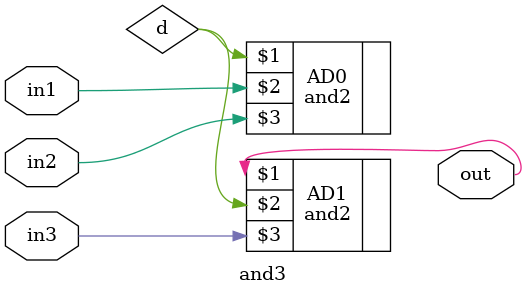
<source format=v>
module and3(out, in1, in2, in3);
    input in1, in2, in3;
    output out;

    wire d;
    and2 AD0(d, in1, in2);
    and2 AD1(out, d, in3);
endmodule
</source>
